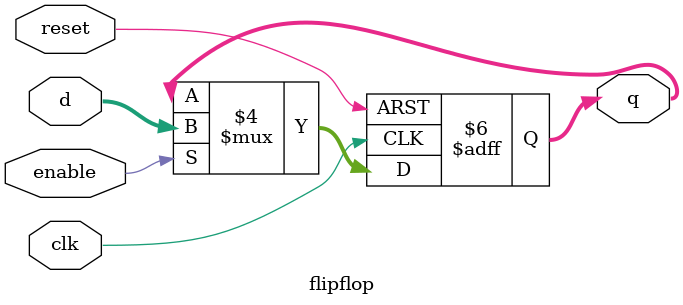
<source format=v>
`timescale 1ns / 1ps
module flipflop#(parameter WIDTH=32)(
    input clk, reset, enable,
    input [WIDTH-1:0] d,
    output reg [WIDTH-1:0] q
    );
	 initial q =0;
	 always@(posedge clk, posedge reset)
		if(reset)        q<=0;
		else if (enable) q<=d;
		else             q<=q;

endmodule

</source>
